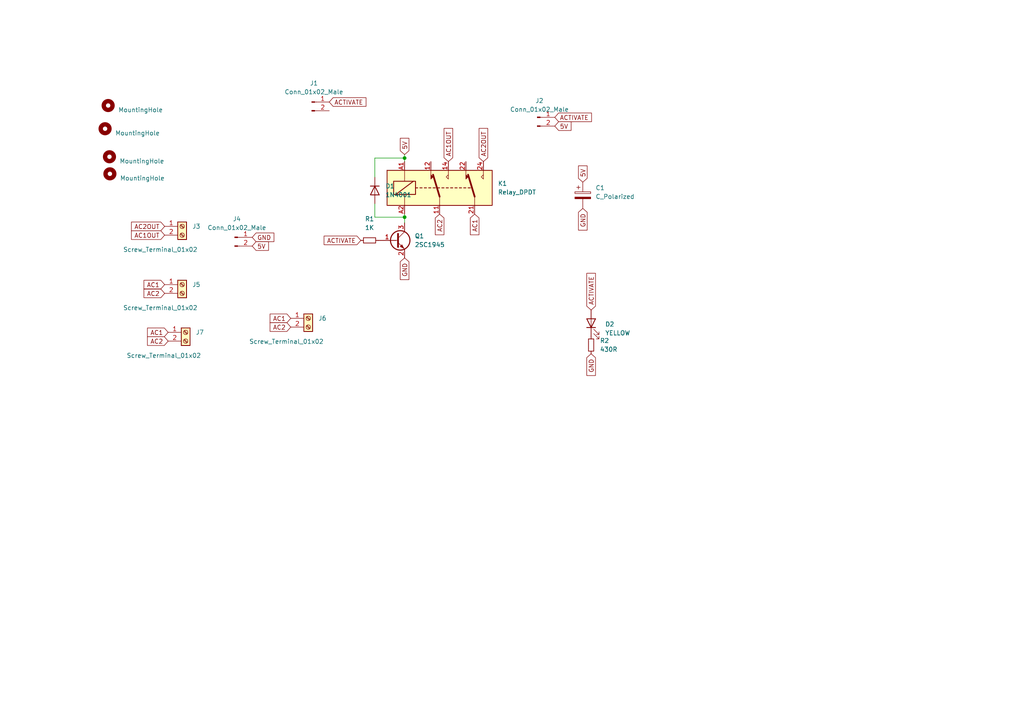
<source format=kicad_sch>
(kicad_sch (version 20230121) (generator eeschema)
  (paper "A4")
  (lib_symbols
    (symbol "Connector:Conn_01x02_Male" (pin_names (offset 1.016) hide)
      (property "Reference" "J" (at 0 2.54 0))
      (property "Value" "Conn_01x02_Male" (at 0 -5.08 0))
      (symbol "Conn_01x02_Male_1_1"
        (polyline (pts (xy 1.27 -2.54) (xy 0.8636 -2.54)) (stroke (width 0.1524)))
        (polyline (pts (xy 1.27 0) (xy 0.8636 0)) (stroke (width 0.1524)))
        (rectangle (start 0.8636 -2.413) (end 0 -2.667) (stroke (width 0.1524)) (fill (type outline)))
        (rectangle (start 0.8636 0.127) (end 0 -0.127) (stroke (width 0.1524)) (fill (type outline)))
        (pin passive line (at 5.08 0 180) (length 3.81) (name "Pin_1") (number "1"))
        (pin passive line (at 5.08 -2.54 180) (length 3.81) (name "Pin_2") (number "2"))
      )
    )
    (symbol "Connector:Screw_Terminal_01x02" (pin_names (offset 1.016) hide)
      (property "Reference" "J" (at 0 2.54 0))
      (property "Value" "Screw_Terminal_01x02" (at 0 -5.08 0))
      (symbol "Screw_Terminal_01x02_1_1"
        (rectangle (start -1.27 1.27) (end 1.27 -3.81) (stroke (width 0.254)) (fill (type background)))
        (circle (center 0 -2.54) (radius 0.635) (stroke (width 0.1524)))
        (polyline (pts (xy -0.5334 -2.2098) (xy 0.3302 -3.048)) (stroke (width 0.1524)))
        (polyline (pts (xy -0.5334 0.3302) (xy 0.3302 -0.508)) (stroke (width 0.1524)))
        (polyline (pts (xy -0.3556 -2.032) (xy 0.508 -2.8702)) (stroke (width 0.1524)))
        (polyline (pts (xy -0.3556 0.508) (xy 0.508 -0.3302)) (stroke (width 0.1524)))
        (circle (center 0 0) (radius 0.635) (stroke (width 0.1524)))
        (pin passive line (at -5.08 0 0) (length 3.81) (name "Pin_1") (number "1"))
        (pin passive line (at -5.08 -2.54 0) (length 3.81) (name "Pin_2") (number "2"))
      )
    )
    (symbol "Device:C_Polarized" (pin_numbers hide) (pin_names (offset 0.254))
      (property "Reference" "C" (at 0.635 2.54 0))
      (property "Value" "C_Polarized" (at 0.635 -2.54 0))
      (symbol "C_Polarized_0_1"
        (rectangle (start -2.286 0.508) (end 2.286 1.016))
        (polyline (pts (xy -1.778 2.286) (xy -0.762 2.286)))
        (polyline (pts (xy -1.27 2.794) (xy -1.27 1.778)))
        (rectangle (start 2.286 -0.508) (end -2.286 -1.016) (fill (type outline)))
      )
      (symbol "C_Polarized_1_1"
        (pin passive line (at 0 3.81 270) (length 2.794) (name "~") (number "1"))
        (pin passive line (at 0 -3.81 90) (length 2.794) (name "~") (number "2"))
      )
    )
    (symbol "Device:LED" (pin_numbers hide) (pin_names (offset 1.016) hide)
      (property "Reference" "D" (at 0 2.54 0))
      (property "Value" "LED" (at 0 -2.54 0))
      (symbol "LED_0_1"
        (polyline (pts (xy -1.27 -1.27) (xy -1.27 1.27)) (stroke (width 0.254)))
        (polyline (pts (xy -1.27 0) (xy 1.27 0)))
        (polyline (pts (xy 1.27 -1.27) (xy 1.27 1.27) (xy -1.27 0) (xy 1.27 -1.27)) (stroke (width 0.254)))
        (polyline (pts (xy -3.048 -0.762) (xy -4.572 -2.286) (xy -3.81 -2.286) (xy -4.572 -2.286) (xy -4.572 -1.524)))
        (polyline (pts (xy -1.778 -0.762) (xy -3.302 -2.286) (xy -2.54 -2.286) (xy -3.302 -2.286) (xy -3.302 -1.524)))
      )
      (symbol "LED_1_1"
        (pin passive line (at -3.81 0 0) (length 2.54) (name "K") (number "1"))
        (pin passive line (at 3.81 0 180) (length 2.54) (name "A") (number "2"))
      )
    )
    (symbol "Device:R_Small" (pin_numbers hide) (pin_names (offset 0.254) hide)
      (property "Reference" "R" (at 0.762 0.508 0))
      (property "Value" "R_Small" (at 0.762 -1.016 0))
      (symbol "R_Small_0_1"
        (rectangle (start -0.762 1.778) (end 0.762 -1.778) (stroke (width 0.2032)))
      )
      (symbol "R_Small_1_1"
        (pin passive line (at 0 2.54 270) (length 0.762) (name "~") (number "1"))
        (pin passive line (at 0 -2.54 90) (length 0.762) (name "~") (number "2"))
      )
    )
    (symbol "Diode:1N4001" (pin_numbers hide) (pin_names hide)
      (property "Reference" "D" (at 0 2.54 0))
      (property "Value" "1N4001" (at 0 -2.54 0))
      (symbol "1N4001_0_1"
        (polyline (pts (xy -1.27 1.27) (xy -1.27 -1.27)) (stroke (width 0.254)))
        (polyline (pts (xy 1.27 0) (xy -1.27 0)))
        (polyline (pts (xy 1.27 1.27) (xy 1.27 -1.27) (xy -1.27 0) (xy 1.27 1.27)) (stroke (width 0.254)))
      )
      (symbol "1N4001_1_1"
        (pin passive line (at -3.81 0 0) (length 2.54) (name "K") (number "1"))
        (pin passive line (at 3.81 0 180) (length 2.54) (name "A") (number "2"))
      )
    )
    (symbol "Mechanical:MountingHole" (pin_names (offset 1.016))
      (property "Reference" "H" (at 0 5.08 0))
      (property "Value" "MountingHole" (at 0 3.175 0))
      (symbol "MountingHole_0_1"
        (circle (center 0 0) (radius 1.27) (stroke (width 1.27)))
      )
    )
    (symbol "Relay:Relay_DPDT"
      (property "Reference" "K" (at 16.51 3.81 0))
      (property "Value" "Relay_DPDT" (at 16.51 1.27 0))
      (symbol "Relay_DPDT_0_1"
        (rectangle (start -15.24 5.08) (end 15.24 -5.08) (stroke (width 0.254)) (fill (type background)))
        (rectangle (start -13.335 1.905) (end -6.985 -1.905) (stroke (width 0.254)))
        (polyline (pts (xy -12.7 -1.905) (xy -7.62 1.905)) (stroke (width 0.254)))
        (polyline (pts (xy -10.16 -5.08) (xy -10.16 -1.905)))
        (polyline (pts (xy -10.16 5.08) (xy -10.16 1.905)))
        (polyline (pts (xy -6.985 0) (xy -6.35 0)) (stroke (width 0.254)))
        (polyline (pts (xy -5.715 0) (xy -5.08 0)) (stroke (width 0.254)))
        (polyline (pts (xy -4.445 0) (xy -3.81 0)) (stroke (width 0.254)))
        (polyline (pts (xy -3.175 0) (xy -2.54 0)) (stroke (width 0.254)))
        (polyline (pts (xy -1.905 0) (xy -1.27 0)) (stroke (width 0.254)))
        (polyline (pts (xy -0.635 0) (xy 0 0)) (stroke (width 0.254)))
        (polyline (pts (xy 0 -2.54) (xy -1.905 3.81)) (stroke (width 0.508)))
        (polyline (pts (xy 0 -2.54) (xy 0 -5.08)))
        (polyline (pts (xy 0.635 0) (xy 1.27 0)) (stroke (width 0.254)))
        (polyline (pts (xy 1.905 0) (xy 2.54 0)) (stroke (width 0.254)))
        (polyline (pts (xy 3.175 0) (xy 3.81 0)) (stroke (width 0.254)))
        (polyline (pts (xy 4.445 0) (xy 5.08 0)) (stroke (width 0.254)))
        (polyline (pts (xy 5.715 0) (xy 6.35 0)) (stroke (width 0.254)))
        (polyline (pts (xy 6.985 0) (xy 7.62 0)) (stroke (width 0.254)))
        (polyline (pts (xy 8.255 0) (xy 8.89 0)) (stroke (width 0.254)))
        (polyline (pts (xy 10.16 -2.54) (xy 8.255 3.81)) (stroke (width 0.508)))
        (polyline (pts (xy 10.16 -2.54) (xy 10.16 -5.08)))
        (polyline (pts (xy -2.54 5.08) (xy -2.54 2.54) (xy -1.905 3.175) (xy -2.54 3.81)) (fill (type outline)))
        (polyline (pts (xy 2.54 5.08) (xy 2.54 2.54) (xy 1.905 3.175) (xy 2.54 3.81)))
        (polyline (pts (xy 7.62 5.08) (xy 7.62 2.54) (xy 8.255 3.175) (xy 7.62 3.81)) (fill (type outline)))
        (polyline (pts (xy 12.7 5.08) (xy 12.7 2.54) (xy 12.065 3.175) (xy 12.7 3.81)))
      )
      (symbol "Relay_DPDT_1_1"
        (pin passive line (at 0 -7.62 90) (length 2.54) (name "~") (number "11"))
        (pin passive line (at -2.54 7.62 270) (length 2.54) (name "~") (number "12"))
        (pin passive line (at 2.54 7.62 270) (length 2.54) (name "~") (number "14"))
        (pin passive line (at 10.16 -7.62 90) (length 2.54) (name "~") (number "21"))
        (pin passive line (at 7.62 7.62 270) (length 2.54) (name "~") (number "22"))
        (pin passive line (at 12.7 7.62 270) (length 2.54) (name "~") (number "24"))
        (pin passive line (at -10.16 7.62 270) (length 2.54) (name "~") (number "A1"))
        (pin passive line (at -10.16 -7.62 90) (length 2.54) (name "~") (number "A2"))
      )
    )
    (symbol "Transistor_BJT:2SC1945" (pin_names (offset 0) hide)
      (property "Reference" "Q" (at 5.08 1.905 0))
      (property "Value" "2SC1945" (at 5.08 0 0))
      (symbol "2SC1945_0_1"
        (polyline (pts (xy 0 0) (xy 0.635 0)))
        (polyline (pts (xy 2.54 2.54) (xy 0.635 0.635)))
        (polyline (pts (xy 0.635 1.905) (xy 0.635 -1.905) (xy 0.635 -1.905)) (stroke (width 0.508)))
        (polyline (pts (xy 2.286 -2.286) (xy 1.778 -1.778) (xy 1.778 -1.778)))
        (polyline (pts (xy 2.54 -2.54) (xy 0.635 -0.635) (xy 1.27 -1.27)) (fill (type outline)))
        (polyline (pts (xy 1.27 -1.778) (xy 1.778 -1.27) (xy 2.286 -2.286) (xy 1.27 -1.778) (xy 1.27 -1.778)) (fill (type outline)))
        (circle (center 1.27 0) (radius 2.8194) (stroke (width 0.3048)))
      )
      (symbol "2SC1945_1_1"
        (pin input line (at -5.08 0 0) (length 5.08) (name "B") (number "1"))
        (pin passive line (at 2.54 -5.08 90) (length 2.54) (name "E") (number "2"))
        (pin passive line (at 2.54 5.08 270) (length 2.54) (name "C") (number "3"))
      )
    )
  )
  (junction (at 117.348 45.847))
  (junction (at 117.348 62.992))
  (wire (pts (xy 108.712 45.847) (xy 108.712 51.435)))
  (wire (pts (xy 117.348 45.847) (xy 117.348 46.863)))
  (wire (pts (xy 108.712 62.992) (xy 117.348 62.992)))
  (wire (pts (xy 117.348 45.847) (xy 108.712 45.847)))
  (wire (pts (xy 108.712 59.055) (xy 108.712 62.992)))
  (wire (pts (xy 117.348 62.992) (xy 117.348 62.103)))
  (wire (pts (xy 117.348 64.643) (xy 117.348 62.992)))
  (wire (pts (xy 117.348 44.831) (xy 117.348 45.847)))
  (global_label "ACTIVATE" (shape input) (at 104.648 69.723 180) (property "Intersheetrefs" "${INTERSHEET_REFS}" (effects hide)))
  (global_label "AC2" (shape input) (at 47.752 85.09 180) (property "Intersheetrefs" "${INTERSHEET_REFS}" (effects hide)))
  (global_label "5V" (shape input) (at 117.348 44.831 90) (property "Intersheetrefs" "${INTERSHEET_REFS}" (effects hide)))
  (global_label "AC2" (shape input) (at 127.508 62.103 270) (property "Intersheetrefs" "${INTERSHEET_REFS}" (effects hide)))
  (global_label "AC1" (shape input) (at 137.668 62.103 270) (property "Intersheetrefs" "${INTERSHEET_REFS}" (effects hide)))
  (global_label "AC1" (shape input) (at 47.752 82.55 180) (property "Intersheetrefs" "${INTERSHEET_REFS}" (effects hide)))
  (global_label "GND" (shape input) (at 169.037 60.452 270) (property "Intersheetrefs" "${INTERSHEET_REFS}" (effects hide)))
  (global_label "AC1OUT" (shape input) (at 130.048 46.863 90) (property "Intersheetrefs" "${INTERSHEET_REFS}" (effects hide)))
  (global_label "AC1" (shape input) (at 84.328 92.329 180) (property "Intersheetrefs" "${INTERSHEET_REFS}" (effects hide)))
  (global_label "GND" (shape input) (at 117.348 74.803 270) (property "Intersheetrefs" "${INTERSHEET_REFS}" (effects hide)))
  (global_label "ACTIVATE" (shape input) (at 171.45 89.916 90) (property "Intersheetrefs" "${INTERSHEET_REFS}" (effects hide)))
  (global_label "AC1OUT" (shape input) (at 47.752 68.199 180) (property "Intersheetrefs" "${INTERSHEET_REFS}" (effects hide)))
  (global_label "AC2OUT" (shape input) (at 47.752 65.659 180) (property "Intersheetrefs" "${INTERSHEET_REFS}" (effects hide)))
  (global_label "AC2" (shape input) (at 48.768 98.933 180) (property "Intersheetrefs" "${INTERSHEET_REFS}" (effects hide)))
  (global_label "5V" (shape input) (at 73.152 71.374 0) (property "Intersheetrefs" "${INTERSHEET_REFS}" (effects hide)))
  (global_label "ACTIVATE" (shape input) (at 95.504 29.591 0) (property "Intersheetrefs" "${INTERSHEET_REFS}" (effects hide)))
  (global_label "AC1" (shape input) (at 48.768 96.393 180) (property "Intersheetrefs" "${INTERSHEET_REFS}" (effects hide)))
  (global_label "5V" (shape input) (at 169.037 52.832 90) (property "Intersheetrefs" "${INTERSHEET_REFS}" (effects hide)))
  (global_label "5V" (shape input) (at 160.909 36.576 0) (property "Intersheetrefs" "${INTERSHEET_REFS}" (effects hide)))
  (global_label "GND" (shape input) (at 73.152 68.834 0) (property "Intersheetrefs" "${INTERSHEET_REFS}" (effects hide)))
  (global_label "ACTIVATE" (shape input) (at 160.909 34.036 0) (property "Intersheetrefs" "${INTERSHEET_REFS}" (effects hide)))
  (global_label "AC2" (shape input) (at 84.328 94.869 180) (property "Intersheetrefs" "${INTERSHEET_REFS}" (effects hide)))
  (global_label "GND" (shape input) (at 171.45 102.616 270) (property "Intersheetrefs" "${INTERSHEET_REFS}" (effects hide)))
  (global_label "AC2OUT" (shape input) (at 140.208 46.863 90) (property "Intersheetrefs" "${INTERSHEET_REFS}" (effects hide)))
  (symbol (lib_id "Device:LED") (at 171.45 93.726 90) (unit 1)
    (property "Reference" "D2" (at 175.514 94.0434 90) (effects (justify right)))
    (property "Value" "YELLOW" (at 175.514 96.5834 90) (effects (justify right)))
    (property "Footprint" "Diode_SMD:D_0805_2012Metric_Pad1.15x1.40mm_HandSolder" (effects hide))
  )
  (symbol (lib_id "Mechanical:MountingHole") (at 31.877 50.419 0) (unit 1)
    (property "Reference" "H4" (effects hide))
    (property "Value" "MountingHole" (at 34.798 51.6889 0) (effects (justify left)))
    (property "Footprint" "MountingHole:MountingHole_3.2mm_M3" (effects hide))
  )
  (symbol (lib_id "Diode:1N4001") (at 108.712 55.245 270) (unit 1)
    (property "Reference" "D1" (at 111.76 53.9749 90) (effects (justify left)))
    (property "Value" "1N4001" (at 111.76 56.5149 90) (effects (justify left)))
    (property "Footprint" "Diode_SMD:D_SMA" (effects hide))
    (property "Datasheet" "http://www.vishay.com/docs/88503/1n4001.pdf" (effects hide))
  )
  (symbol (lib_id "Connector:Screw_Terminal_01x02") (at 52.832 65.659 0) (unit 1)
    (property "Reference" "J3" (at 55.753 65.6589 0) (effects (justify left)))
    (property "Value" "Screw_Terminal_01x02" (at 35.687 72.39 0) (effects (justify left)))
    (property "Footprint" "Connector_JST:JST_XH_B2B-XH-A_1x02_P2.50mm_Vertical" (effects hide))
  )
  (symbol (lib_id "Mechanical:MountingHole") (at 31.75 45.466 0) (unit 1)
    (property "Reference" "H3" (effects hide))
    (property "Value" "MountingHole" (at 34.671 46.7359 0) (effects (justify left)))
    (property "Footprint" "MountingHole:MountingHole_3.2mm_M3" (effects hide))
  )
  (symbol (lib_id "Device:R_Small") (at 171.45 100.076 0) (unit 1)
    (property "Reference" "R2" (at 173.99 98.8059 0) (effects (justify left)))
    (property "Value" "430R" (at 173.99 101.3459 0) (effects (justify left)))
    (property "Footprint" "Resistor_SMD:R_0603_1608Metric_Pad0.98x0.95mm_HandSolder" (effects hide))
  )
  (symbol (lib_id "Device:C_Polarized") (at 169.037 56.642 0) (unit 1)
    (property "Reference" "C1" (at 172.72 54.4829 0) (effects (justify left)))
    (property "Value" "C_Polarized" (at 172.72 57.0229 0) (effects (justify left)))
    (property "Footprint" "Capacitor_THT:CP_Radial_D6.3mm_P2.50mm" (effects hide))
  )
  (symbol (lib_id "Connector:Conn_01x02_Male") (at 68.072 68.834 0) (unit 1)
    (property "Reference" "J4" (at 68.707 63.5 0))
    (property "Value" "Conn_01x02_Male" (at 68.707 66.04 0))
    (property "Footprint" "Connector_JST:JST_PH_B2B-PH-K_1x02_P2.00mm_Vertical" (effects hide))
  )
  (symbol (lib_id "Connector:Conn_01x02_Male") (at 155.829 34.036 0) (unit 1)
    (property "Reference" "J2" (at 156.464 29.21 0))
    (property "Value" "Conn_01x02_Male" (at 156.464 31.75 0))
    (property "Footprint" "Connector_PinHeader_2.54mm:PinHeader_1x02_P2.54mm_Vertical" (effects hide))
  )
  (symbol (lib_id "Connector:Screw_Terminal_01x02") (at 53.848 96.393 0) (unit 1)
    (property "Reference" "J7" (at 56.769 96.3929 0) (effects (justify left)))
    (property "Value" "Screw_Terminal_01x02" (at 36.703 103.124 0) (effects (justify left)))
    (property "Footprint" "Connector_JST:JST_XH_B2B-XH-A_1x02_P2.50mm_Vertical" (effects hide))
  )
  (symbol (lib_id "Connector:Conn_01x02_Male") (at 90.424 29.591 0) (unit 1)
    (property "Reference" "J1" (at 91.059 24.13 0))
    (property "Value" "Conn_01x02_Male" (at 91.059 26.67 0))
    (property "Footprint" "Connector_JST:JST_PH_B2B-PH-K_1x02_P2.00mm_Vertical" (effects hide))
  )
  (symbol (lib_id "Relay:Relay_DPDT") (at 127.508 54.483 0) (unit 1)
    (property "Reference" "K1" (at 144.399 53.213 0) (effects (justify left)))
    (property "Value" "Relay_DPDT" (at 144.399 55.753 0) (effects (justify left)))
    (property "Footprint" "Relay_THT:Relay_DPDT_Omron_G2RL-2" (effects hide))
  )
  (symbol (lib_id "Mechanical:MountingHole") (at 31.369 30.607 0) (unit 1)
    (property "Reference" "H1" (effects hide))
    (property "Value" "MountingHole" (at 34.29 31.8769 0) (effects (justify left)))
    (property "Footprint" "MountingHole:MountingHole_3.2mm_M3" (effects hide))
  )
  (symbol (lib_id "Transistor_BJT:2SC1945") (at 114.808 69.723 0) (unit 1)
    (property "Reference" "Q1" (at 120.269 68.4529 0) (effects (justify left)))
    (property "Value" "2SC1945" (at 120.269 70.9929 0) (effects (justify left)))
    (property "Footprint" "Package_TO_SOT_SMD:SOT-23_Handsoldering" (effects hide))
    (property "Datasheet" "http://rtellason.com/transdata/2sc1945.pdf" (effects hide))
  )
  (symbol (lib_id "Mechanical:MountingHole") (at 30.48 37.338 0) (unit 1)
    (property "Reference" "H2" (effects hide))
    (property "Value" "MountingHole" (at 33.401 38.6079 0) (effects (justify left)))
    (property "Footprint" "MountingHole:MountingHole_3.2mm_M3" (effects hide))
  )
  (symbol (lib_id "Connector:Screw_Terminal_01x02") (at 52.832 82.55 0) (unit 1)
    (property "Reference" "J5" (at 55.753 82.5499 0) (effects (justify left)))
    (property "Value" "Screw_Terminal_01x02" (at 35.687 89.281 0) (effects (justify left)))
    (property "Footprint" "Connector_JST:JST_XH_B2B-XH-A_1x02_P2.50mm_Vertical" (effects hide))
  )
  (symbol (lib_id "Device:R_Small") (at 107.188 69.723 90) (unit 1)
    (property "Reference" "R1" (at 107.188 63.5 90))
    (property "Value" "1K" (at 107.188 66.04 90))
    (property "Footprint" "Resistor_SMD:R_0603_1608Metric" (effects hide))
  )
  (symbol (lib_id "Connector:Screw_Terminal_01x02") (at 89.408 92.329 0) (unit 1)
    (property "Reference" "J6" (at 92.329 92.3289 0) (effects (justify left)))
    (property "Value" "Screw_Terminal_01x02" (at 72.263 99.06 0) (effects (justify left)))
    (property "Footprint" "Connector_JST:JST_XH_B2B-XH-A_1x02_P2.50mm_Vertical" (effects hide))
  )
)
</source>
